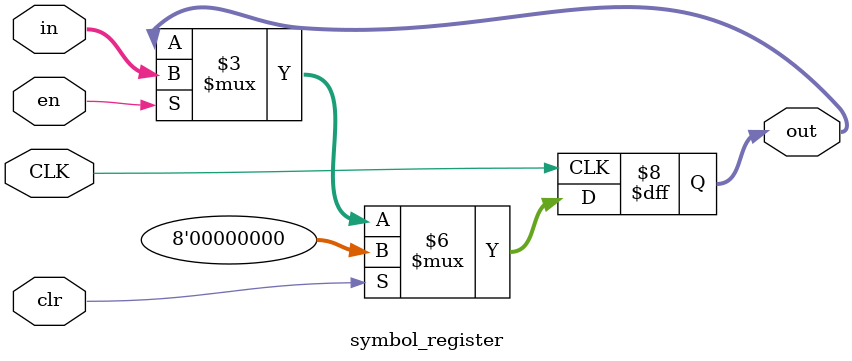
<source format=v>
`timescale 1ns / 1ps


module symbol_register(
    input CLK,
    input clr,
    input en,
    input [7:0] in,
    output [7:0] out
    );
    
    parameter B = 8'b00000000;
    
    reg [7:0] out;
    
    always @ (posedge CLK) begin
        if (clr) begin
            out <= B;
        end
        else if (en) begin
            out <= in;
        end
        else begin
            out <= out;
        end
    end

endmodule

</source>
